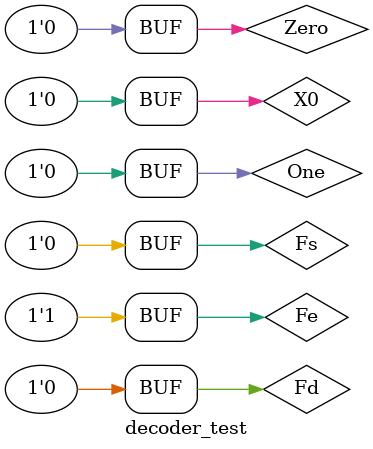
<source format=v>
`timescale 1ns / 1ps


module decoder_test;

	// Inputs
	reg Fd;
	reg Fs;
	reg Fe;
	reg X0;
	reg One;
	reg Zero;

	// Outputs
	wire Fs_ack;
	wire Fe_ack;
	wire Fd_ack;
	wire X0_ack;
	wire one_ack;
	wire zero_ack;
	wire Ch1_Up;
	wire Ch1_Down;
	wire Ch2_Up;
	wire Ch2_Down;

	// Instantiate the Unit Under Test (UUT)
	Output uut (
		.Fd(Fd), 
		.Fs(Fs), 
		.Fe(Fe), 
		.X0(X0), 
		.One(One), 
		.Zero(Zero), 
		.Fs_ack(Fs_ack), 
		.Fe_ack(Fe_ack), 
		.Fd_ack(Fd_ack), 
		.X0_ack(X0_ack), 
		.one_ack(one_ack), 
		.zero_ack(zero_ack), 
		.Ch1_Up(Ch1_Up), 
		.Ch1_Down(Ch1_Down), 
		.Ch2_Up(Ch2_Up), 
		.Ch2_Down(Ch2_Down)
	);

	initial begin
		// Initialize Inputs
		Fd = 0;
		Fs = 0;
		Fe = 0;
		X0 = 0;
		One = 0;
		Zero = 0;

		// Wait 100 ns for global reset to finish
		#100;
      Fs = 1;
		#100;
		Fs=0;
		#100;
		One = 1;
		#100;
		One= 0;
		#100;
		X0 = 1;
		#100;
		X0 = 0;
		#100;
		Zero = 1;
		#100;
		Zero = 0;
		#100;
		Fe = 1;
		#200;
		// Add stimulus here

	end
      
endmodule


</source>
